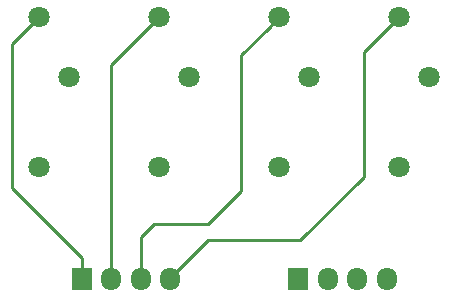
<source format=gbr>
G04 #@! TF.GenerationSoftware,KiCad,Pcbnew,(5.0.0)*
G04 #@! TF.CreationDate,2019-02-26T18:07:47+01:00*
G04 #@! TF.ProjectId,Potentiometer_mount_4LED,506F74656E74696F6D657465725F6D6F,rev?*
G04 #@! TF.SameCoordinates,Original*
G04 #@! TF.FileFunction,Copper,L1,Top,Signal*
G04 #@! TF.FilePolarity,Positive*
%FSLAX46Y46*%
G04 Gerber Fmt 4.6, Leading zero omitted, Abs format (unit mm)*
G04 Created by KiCad (PCBNEW (5.0.0)) date 02/26/19 18:07:47*
%MOMM*%
%LPD*%
G01*
G04 APERTURE LIST*
G04 #@! TA.AperFunction,ComponentPad*
%ADD10R,1.700000X1.950000*%
G04 #@! TD*
G04 #@! TA.AperFunction,ComponentPad*
%ADD11O,1.700000X1.950000*%
G04 #@! TD*
G04 #@! TA.AperFunction,ComponentPad*
%ADD12C,1.800000*%
G04 #@! TD*
G04 #@! TA.AperFunction,Conductor*
%ADD13C,0.250000*%
G04 #@! TD*
G04 APERTURE END LIST*
D10*
G04 #@! TO.P,From Stimlator,1*
G04 #@! TO.N,Net-(J1-Pad1)*
X124600000Y-79500000D03*
D11*
G04 #@! TO.P,From Stimlator,2*
G04 #@! TO.N,Net-(J1-Pad2)*
X127100000Y-79500000D03*
G04 #@! TO.P,From Stimlator,3*
G04 #@! TO.N,Net-(J1-Pad3)*
X129600000Y-79500000D03*
G04 #@! TO.P,From Stimlator,4*
G04 #@! TO.N,Net-(J1-Pad4)*
X132100000Y-79500000D03*
G04 #@! TD*
G04 #@! TO.P,To LED,4*
G04 #@! TO.N,Net-(J2-Pad4)*
X150400000Y-79500000D03*
G04 #@! TO.P,To LED,3*
G04 #@! TO.N,Net-(J2-Pad3)*
X147900000Y-79500000D03*
G04 #@! TO.P,To LED,2*
G04 #@! TO.N,Net-(J2-Pad2)*
X145400000Y-79500000D03*
D10*
G04 #@! TO.P,To LED,1*
G04 #@! TO.N,Net-(J2-Pad1)*
X142900000Y-79500000D03*
G04 #@! TD*
D12*
G04 #@! TO.P,LED 1,3*
G04 #@! TO.N,Net-(J1-Pad1)*
X121000000Y-57300000D03*
G04 #@! TO.P,LED 1,2*
G04 #@! TO.N,Net-(J2-Pad1)*
X123540000Y-62380000D03*
G04 #@! TO.P,LED 1,1*
G04 #@! TO.N,Net-(RV1-Pad1)*
X121000000Y-70000000D03*
G04 #@! TD*
G04 #@! TO.P,LED 2,1*
G04 #@! TO.N,Net-(RV2-Pad1)*
X131160000Y-70000000D03*
G04 #@! TO.P,LED 2,2*
G04 #@! TO.N,Net-(J2-Pad2)*
X133700000Y-62380000D03*
G04 #@! TO.P,LED 2,3*
G04 #@! TO.N,Net-(J1-Pad2)*
X131160000Y-57300000D03*
G04 #@! TD*
G04 #@! TO.P,LED 3,3*
G04 #@! TO.N,Net-(J1-Pad3)*
X141320000Y-57300000D03*
G04 #@! TO.P,LED 3,2*
G04 #@! TO.N,Net-(J2-Pad3)*
X143860000Y-62380000D03*
G04 #@! TO.P,LED 3,1*
G04 #@! TO.N,Net-(RV3-Pad1)*
X141320000Y-70000000D03*
G04 #@! TD*
G04 #@! TO.P,LED 4,1*
G04 #@! TO.N,Net-(RV4-Pad1)*
X151480000Y-70000000D03*
G04 #@! TO.P,LED 4,2*
G04 #@! TO.N,Net-(J2-Pad4)*
X154020000Y-62380000D03*
G04 #@! TO.P,LED 4,3*
G04 #@! TO.N,Net-(J1-Pad4)*
X151480000Y-57300000D03*
G04 #@! TD*
D13*
G04 #@! TO.N,Net-(J1-Pad1)*
X124600000Y-77700000D02*
X124600000Y-79500000D01*
X118700000Y-71800000D02*
X124600000Y-77700000D01*
X121000000Y-57300000D02*
X118700000Y-59600000D01*
X118700000Y-59600000D02*
X118700000Y-71800000D01*
G04 #@! TO.N,Net-(J1-Pad2)*
X127100000Y-61360000D02*
X127100000Y-79500000D01*
X131160000Y-57300000D02*
X127100000Y-61360000D01*
G04 #@! TO.N,Net-(J1-Pad3)*
X140420001Y-58199999D02*
X140400001Y-58199999D01*
X141320000Y-57300000D02*
X140420001Y-58199999D01*
X140400001Y-58199999D02*
X138100000Y-60500000D01*
X138100000Y-60500000D02*
X138100000Y-72000000D01*
X138100000Y-72000000D02*
X135300000Y-74800000D01*
X135300000Y-74800000D02*
X130700000Y-74800000D01*
X129600000Y-75900000D02*
X129600000Y-79500000D01*
X130700000Y-74800000D02*
X129600000Y-75900000D01*
G04 #@! TO.N,Net-(J1-Pad4)*
X132100000Y-79375000D02*
X132100000Y-79500000D01*
X135275000Y-76200000D02*
X132100000Y-79375000D01*
X143100000Y-76200000D02*
X135275000Y-76200000D01*
X148500000Y-70800000D02*
X143100000Y-76200000D01*
X148500000Y-60280000D02*
X148500000Y-70800000D01*
X151480000Y-57300000D02*
X148500000Y-60280000D01*
G04 #@! TD*
M02*

</source>
